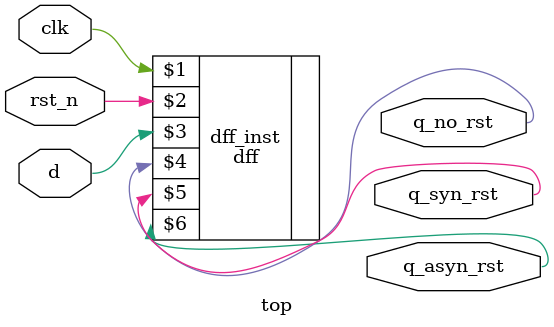
<source format=v>
module top(clk,rst_n,d,q_no_rst,q_syn_rst,q_asyn_rst);
    input clk,rst_n,d;
    output reg q_no_rst,q_syn_rst,q_asyn_rst;
    dff dff_inst(clk,rst_n,d,q_no_rst,q_syn_rst,q_asyn_rst);
endmodule
</source>
